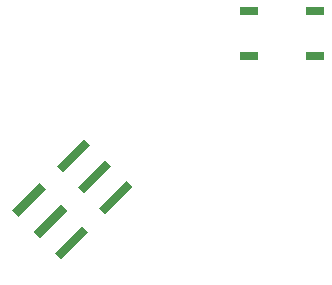
<source format=gbr>
G04 EAGLE Gerber RS-274X export*
G75*
%MOMM*%
%FSLAX34Y34*%
%LPD*%
%INSolderpaste Bottom*%
%IPPOS*%
%AMOC8*
5,1,8,0,0,1.08239X$1,22.5*%
G01*
%ADD10R,1.524000X0.762000*%
%ADD11R,0.736600X3.251200*%


D10*
X213360Y184150D03*
X269240Y184150D03*
X213360Y222250D03*
X269240Y222250D03*
D11*
G36*
X91429Y50299D02*
X86220Y55508D01*
X109209Y78497D01*
X114418Y73288D01*
X91429Y50299D01*
G37*
G36*
X53712Y12582D02*
X48503Y17791D01*
X71492Y40780D01*
X76701Y35571D01*
X53712Y12582D01*
G37*
G36*
X73469Y68260D02*
X68260Y73469D01*
X91249Y96458D01*
X96458Y91249D01*
X73469Y68260D01*
G37*
G36*
X35751Y30542D02*
X30542Y35751D01*
X53531Y58740D01*
X58740Y53531D01*
X35751Y30542D01*
G37*
G36*
X55508Y86220D02*
X50299Y91429D01*
X73288Y114418D01*
X78497Y109209D01*
X55508Y86220D01*
G37*
G36*
X17791Y48503D02*
X12582Y53712D01*
X35571Y76701D01*
X40780Y71492D01*
X17791Y48503D01*
G37*
M02*

</source>
